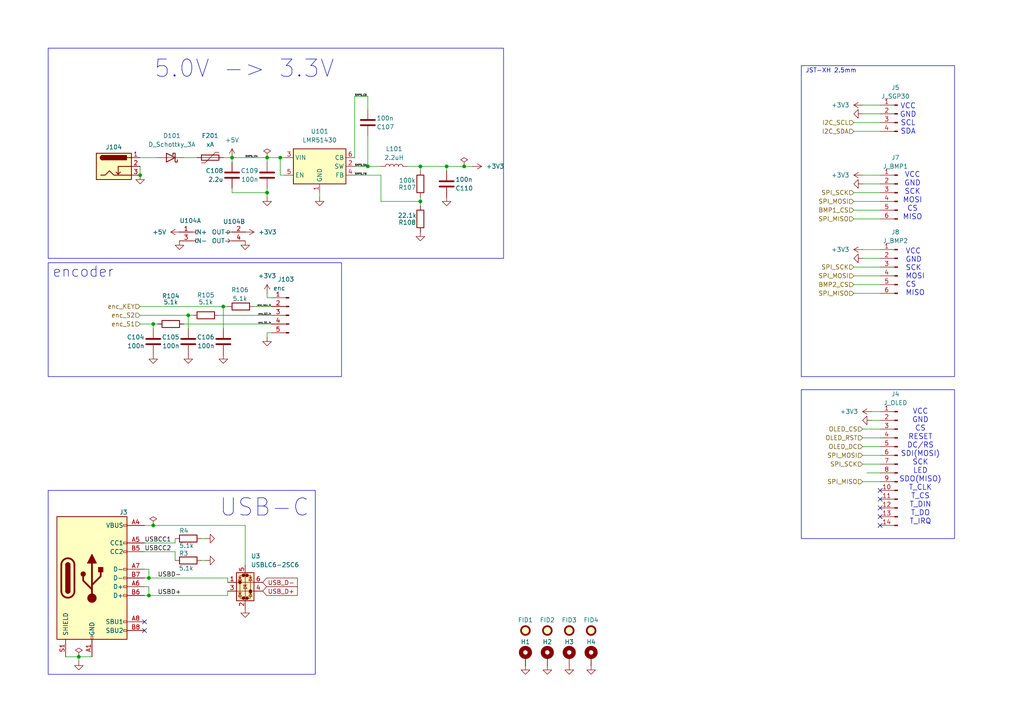
<source format=kicad_sch>
(kicad_sch (version 20250114) (generator "eeschema") (generator_version "9.0")
  (paper "A4")
  (lib_symbols
    (symbol "Connector:Barrel_Jack_Switch_Pin3Ring" (pin_names (hide yes))
      (property "Reference" "J" (at 0 5.334 0))
      (property "Value" "Barrel_Jack_Switch_Pin3Ring" (at 0 -5.08 0))
      (symbol "Barrel_Jack_Switch_Pin3Ring_1_1"
        (pin passive line (at 7.62 2.54 180) (length 2.54) (name "~") (number "1"))
        (pin passive line (at 7.62 0 180) (length 2.54) (name "~") (number "2"))
        (pin passive line (at 7.62 -2.54 180) (length 2.54) (name "~") (number "3"))
      )
    )
    (symbol "Connector:Conn_01x04_Pin" (pin_names (offset 1.016) (hide yes))
      (property "Reference" "J" (at 0 5.08 0))
      (property "Value" "Conn_01x04_Pin" (at 0 -7.62 0))
      (symbol "Conn_01x04_Pin_1_1"
        (pin passive line (at 5.08 2.54 180) (length 3.81) (name "Pin_1") (number "1"))
        (pin passive line (at 5.08 0 180) (length 3.81) (name "Pin_2") (number "2"))
        (pin passive line (at 5.08 -2.54 180) (length 3.81) (name "Pin_3") (number "3"))
        (pin passive line (at 5.08 -5.08 180) (length 3.81) (name "Pin_4") (number "4"))
      )
    )
    (symbol "Connector:Conn_01x05_Pin" (pin_names (offset 1.016) (hide yes))
      (property "Reference" "J" (at 0 7.62 0))
      (property "Value" "Conn_01x05_Pin" (at 0 -7.62 0))
      (symbol "Conn_01x05_Pin_1_1"
        (pin passive line (at 5.08 5.08 180) (length 3.81) (name "Pin_1") (number "1"))
        (pin passive line (at 5.08 2.54 180) (length 3.81) (name "Pin_2") (number "2"))
        (pin passive line (at 5.08 0 180) (length 3.81) (name "Pin_3") (number "3"))
        (pin passive line (at 5.08 -2.54 180) (length 3.81) (name "Pin_4") (number "4"))
        (pin passive line (at 5.08 -5.08 180) (length 3.81) (name "Pin_5") (number "5"))
      )
    )
    (symbol "Connector:Conn_01x06_Pin" (pin_names (offset 1.016) (hide yes))
      (property "Reference" "J" (at 0 7.62 0))
      (property "Value" "Conn_01x06_Pin" (at 0 -10.16 0))
      (symbol "Conn_01x06_Pin_1_1"
        (pin passive line (at 5.08 5.08 180) (length 3.81) (name "Pin_1") (number "1"))
        (pin passive line (at 5.08 2.54 180) (length 3.81) (name "Pin_2") (number "2"))
        (pin passive line (at 5.08 0 180) (length 3.81) (name "Pin_3") (number "3"))
        (pin passive line (at 5.08 -2.54 180) (length 3.81) (name "Pin_4") (number "4"))
        (pin passive line (at 5.08 -5.08 180) (length 3.81) (name "Pin_5") (number "5"))
        (pin passive line (at 5.08 -7.62 180) (length 3.81) (name "Pin_6") (number "6"))
      )
    )
    (symbol "Connector:Conn_01x14_Pin" (pin_names (offset 1.016) (hide yes))
      (property "Reference" "J" (at 0 17.78 0))
      (property "Value" "Conn_01x14_Pin" (at 0 -20.32 0))
      (symbol "Conn_01x14_Pin_1_1"
        (pin passive line (at 5.08 15.24 180) (length 3.81) (name "Pin_1") (number "1"))
        (pin passive line (at 5.08 12.7 180) (length 3.81) (name "Pin_2") (number "2"))
        (pin passive line (at 5.08 10.16 180) (length 3.81) (name "Pin_3") (number "3"))
        (pin passive line (at 5.08 7.62 180) (length 3.81) (name "Pin_4") (number "4"))
        (pin passive line (at 5.08 5.08 180) (length 3.81) (name "Pin_5") (number "5"))
        (pin passive line (at 5.08 2.54 180) (length 3.81) (name "Pin_6") (number "6"))
        (pin passive line (at 5.08 0 180) (length 3.81) (name "Pin_7") (number "7"))
        (pin passive line (at 5.08 -2.54 180) (length 3.81) (name "Pin_8") (number "8"))
        (pin passive line (at 5.08 -5.08 180) (length 3.81) (name "Pin_9") (number "9"))
        (pin passive line (at 5.08 -7.62 180) (length 3.81) (name "Pin_10") (number "10"))
        (pin passive line (at 5.08 -10.16 180) (length 3.81) (name "Pin_11") (number "11"))
        (pin passive line (at 5.08 -12.7 180) (length 3.81) (name "Pin_12") (number "12"))
        (pin passive line (at 5.08 -15.24 180) (length 3.81) (name "Pin_13") (number "13"))
        (pin passive line (at 5.08 -17.78 180) (length 3.81) (name "Pin_14") (number "14"))
      )
    )
    (symbol "Connector:USB_C_Receptacle_USB2.0_16P" (pin_names (offset 1.016))
      (property "Reference" "J" (at 0 22.225 0))
      (property "Value" "USB_C_Receptacle_USB2.0_16P" (at 0 19.685 0))
      (symbol "USB_C_Receptacle_USB2.0_16P_1_1"
        (pin passive line (at -7.62 -22.86 90) (length 5.08) (name "SHIELD") (number "S1"))
        (pin passive line (at 0 -22.86 90) (length 5.08) (name "GND") (number "A1"))
        (pin passive line (at 0 -22.86 90) (length 5.08) (hide yes) (name "GND") (number "A12"))
        (pin passive line (at 0 -22.86 90) (length 5.08) (hide yes) (name "GND") (number "B1"))
        (pin passive line (at 0 -22.86 90) (length 5.08) (hide yes) (name "GND") (number "B12"))
        (pin passive line (at 15.24 15.24 180) (length 5.08) (name "VBUS") (number "A4"))
        (pin passive line (at 15.24 15.24 180) (length 5.08) (hide yes) (name "VBUS") (number "A9"))
        (pin passive line (at 15.24 15.24 180) (length 5.08) (hide yes) (name "VBUS") (number "B4"))
        (pin passive line (at 15.24 15.24 180) (length 5.08) (hide yes) (name "VBUS") (number "B9"))
        (pin bidirectional line (at 15.24 10.16 180) (length 5.08) (name "CC1") (number "A5"))
        (pin bidirectional line (at 15.24 7.62 180) (length 5.08) (name "CC2") (number "B5"))
        (pin bidirectional line (at 15.24 2.54 180) (length 5.08) (name "D-") (number "A7"))
        (pin bidirectional line (at 15.24 0 180) (length 5.08) (name "D-") (number "B7"))
        (pin bidirectional line (at 15.24 -2.54 180) (length 5.08) (name "D+") (number "A6"))
        (pin bidirectional line (at 15.24 -5.08 180) (length 5.08) (name "D+") (number "B6"))
        (pin bidirectional line (at 15.24 -12.7 180) (length 5.08) (name "SBU1") (number "A8"))
        (pin bidirectional line (at 15.24 -15.24 180) (length 5.08) (name "SBU2") (number "B8"))
      )
    )
    (symbol "Device:C" (pin_numbers (hide yes)) (pin_names (offset 0.254))
      (property "Reference" "C" (at 0.635 2.54 0))
      (property "Value" "C" (at 0.635 -2.54 0))
      (symbol "C_1_1"
        (pin passive line (at 0 3.81 270) (length 2.794) (name "~") (number "1"))
        (pin passive line (at 0 -3.81 90) (length 2.794) (name "~") (number "2"))
      )
    )
    (symbol "Device:D_Schottky" (pin_numbers (hide yes)) (pin_names (offset 1.016) (hide yes))
      (property "Reference" "D" (at 0 2.54 0))
      (property "Value" "D_Schottky" (at 0 -2.54 0))
      (symbol "D_Schottky_1_1"
        (pin passive line (at -3.81 0 0) (length 2.54) (name "K") (number "1"))
        (pin passive line (at 3.81 0 180) (length 2.54) (name "A") (number "2"))
      )
    )
    (symbol "Device:L" (pin_numbers (hide yes)) (pin_names (offset 1.016) (hide yes))
      (property "Reference" "L" (at -1.27 0 90))
      (property "Value" "L" (at 1.905 0 90))
      (symbol "L_1_1"
        (pin passive line (at 0 3.81 270) (length 1.27) (name "1") (number "1"))
        (pin passive line (at 0 -3.81 90) (length 1.27) (name "2") (number "2"))
      )
    )
    (symbol "Device:Polyfuse" (pin_numbers (hide yes)) (pin_names (offset 0))
      (property "Reference" "F" (at -2.54 0 90))
      (property "Value" "Polyfuse" (at 2.54 0 90))
      (symbol "Polyfuse_1_1"
        (pin passive line (at 0 3.81 270) (length 1.27) (name "~") (number "1"))
        (pin passive line (at 0 -3.81 90) (length 1.27) (name "~") (number "2"))
      )
    )
    (symbol "Device:R" (pin_numbers (hide yes)) (pin_names (offset 0))
      (property "Reference" "R" (at 2.032 0 90))
      (property "Value" "R" (at 0 0 90))
      (symbol "R_1_1"
        (pin passive line (at 0 3.81 270) (length 1.27) (name "~") (number "1"))
        (pin passive line (at 0 -3.81 90) (length 1.27) (name "~") (number "2"))
      )
    )
    (symbol "Mechanical:Fiducial" (in_bom no)
      (property "Reference" "FID" (at 0 5.08 0))
      (property "Value" "Fiducial" (at 0 3.175 0))
    )
    (symbol "Mechanical:MountingHole_Pad" (pin_numbers (hide yes)) (pin_names (offset 1.016) (hide yes)) (in_bom no)
      (property "Reference" "H" (at 0 6.35 0))
      (property "Value" "MountingHole_Pad" (at 0 4.445 0))
      (symbol "MountingHole_Pad_1_1"
        (pin input line (at 0 -2.54 90) (length 2.54) (name "1") (number "1"))
      )
    )
    (symbol "Power_Protection:USBLC6-2SC6" (pin_names (hide yes))
      (property "Reference" "U" (at 0.635 5.715 0))
      (property "Value" "USBLC6-2SC6" (at 0.635 3.81 0))
      (symbol "USBLC6-2SC6_1_1"
        (pin passive line (at -5.08 0 0) (length 2.54) (name "I/O1") (number "1"))
        (pin passive line (at -5.08 -2.54 0) (length 2.54) (name "I/O2") (number "3"))
        (pin passive line (at 0 5.08 270) (length 2.54) (name "VBUS") (number "5"))
        (pin passive line (at 0 -7.62 90) (length 2.54) (name "GND") (number "2"))
        (pin passive line (at 5.08 0 180) (length 2.54) (name "I/O1") (number "6"))
        (pin passive line (at 5.08 -2.54 180) (length 2.54) (name "I/O2") (number "4"))
      )
    )
    (symbol "Regulator_Switching:LMR51430"
      (property "Reference" "U" (at -7.62 6.35 0))
      (property "Value" "LMR51430" (at 0 6.35 0))
      (symbol "LMR51430_1_1"
        (pin power_in line (at -10.16 2.54 0) (length 2.54) (name "VIN") (number "3"))
        (pin input line (at -10.16 -2.54 0) (length 2.54) (name "EN") (number "5"))
        (pin power_in line (at 0 -7.62 90) (length 2.54) (name "GND") (number "1"))
        (pin passive line (at 10.16 2.54 180) (length 2.54) (name "CB") (number "6"))
        (pin power_out line (at 10.16 0 180) (length 2.54) (name "SW") (number "2"))
        (pin input line (at 10.16 -2.54 180) (length 2.54) (name "FB") (number "4"))
      )
    )
    (symbol "footprints:board_step-down"
      (property "Reference" "U" (at 0 3.556 0))
      (symbol "board_step-down_1_1"
        (pin passive line (at 0 0 0) (length 3.81) (name "IN+") (number "1"))
        (pin passive line (at 0 -2.54 0) (length 3.81) (name "IN-") (number "3"))
      )
      (symbol "board_step-down_2_1"
        (pin passive line (at 0 0 180) (length 3.81) (name "OUT+") (number "2"))
        (pin passive line (at 0 -2.54 180) (length 3.81) (name "OUT-") (number "4"))
      )
    )
    (symbol "power:+3V3" (power) (pin_numbers (hide yes)) (pin_names (offset 0) (hide yes))
      (property "Value" "+3V3" (at 0 3.556 0))
      (symbol "+3V3_1_1"
        (pin power_in line (at 0 0 90) (length 0) (name "~") (number "1"))
      )
    )
    (symbol "power:+5V" (power) (pin_numbers (hide yes)) (pin_names (offset 0) (hide yes))
      (property "Value" "+5V" (at 0 3.556 0))
      (symbol "+5V_1_1"
        (pin power_in line (at 0 0 90) (length 0) (name "~") (number "1"))
      )
    )
    (symbol "power:GND" (power) (pin_numbers (hide yes)) (pin_names (offset 0) (hide yes))
      (property "Value" "GND" (at 0 -3.81 0))
      (symbol "GND_1_1"
        (pin power_in line (at 0 0 270) (length 0) (name "~") (number "1"))
      )
    )
    (symbol "power:PWR_FLAG" (power) (pin_numbers (hide yes)) (pin_names (offset 0) (hide yes))
      (property "Value" "PWR_FLAG" (at 0 3.81 0))
      (symbol "PWR_FLAG_0_0"
        (pin power_out line (at 0 0 90) (length 0) (name "~") (number "1"))
      )
    )
  )
  (rectangle (start 13.97 142.24) (end 91.44 195.58))
  (rectangle (start 232.41 113.03) (end 276.86 156.21))
  (rectangle (start 13.97 13.97) (end 146.05 74.93))
  (rectangle (start 232.41 19.05) (end 276.86 109.22))
  (rectangle (start 13.97 76.2) (end 99.06 109.22))
  (text "VCC\nGND\nSCL\nSDA" (at 263.398 34.544 0) (effects (font (size 1.524 1.524))))
  (text "5.0V -> 3.3V" (at 70.866 20.066 0) (effects (font (size 5 5))))
  (text "VCC\nGND\nSCK\nMOSI\nCS\nMISO\n" (at 262.636 78.994 0) (effects (font (size 1.5 1.5)) (justify left)))
  (text "USB-C\n" (at 76.708 147.32 0) (effects (font (size 5 5))))
  (text "encoder\n" (at 24.13 78.994 0) (effects (font (size 3 3))))
  (text "JST-XH 2.5mm" (at 241.046 20.574 0) (effects (font (size 1.27 1.27))))
  (text "VCC\nGND\nCS\nRESET\nDC/RS\nSDI(MOSI)\nSCK\nLED\nSDO(MISO)\nT_CLK\nT_CS\nT_DIN\nT_DO\nT_IRQ" (at 266.954 135.382 0) (effects (font (size 1.524 1.524))))
  (text "VCC\nGND\nSCK\nMOSI\nCS\nMISO" (at 264.668 56.896 0) (effects (font (size 1.524 1.524))))
  (junction (at 77.47 45.72))
  (junction (at 121.92 48.26))
  (junction (at 44.45 93.98))
  (junction (at 44.45 152.4))
  (junction (at 43.18 172.72))
  (junction (at 43.18 167.64))
  (junction (at 40.64 50.8))
  (junction (at 22.86 190.5))
  (junction (at 106.68 48.26))
  (junction (at 77.47 55.88))
  (junction (at 54.61 91.44))
  (junction (at 81.28 45.72))
  (junction (at 129.54 48.26))
  (junction (at 121.92 58.42))
  (junction (at 67.31 45.72))
  (junction (at 134.62 48.26))
  (junction (at 64.77 88.9))
  (no_connect (at 255.27 147.32))
  (no_connect (at 255.27 149.86))
  (no_connect (at 41.91 182.88))
  (no_connect (at 41.91 180.34))
  (no_connect (at 255.27 144.78))
  (no_connect (at 255.27 142.24))
  (no_connect (at 255.27 152.4))
  (wire (pts (xy 66.04 172.72) (xy 66.04 171.45)))
  (wire (pts (xy 250.19 132.08) (xy 255.27 132.08)))
  (wire (pts (xy 77.47 97.79) (xy 77.47 96.52)))
  (wire (pts (xy 22.86 190.5) (xy 22.86 191.77)))
  (wire (pts (xy 134.62 48.26) (xy 137.16 48.26)))
  (wire (pts (xy 77.47 96.52) (xy 78.74 96.52)))
  (wire (pts (xy 106.68 39.37) (xy 106.68 48.26)))
  (wire (pts (xy 45.72 93.98) (xy 44.45 93.98)))
  (wire (pts (xy 77.47 45.72) (xy 81.28 45.72)))
  (wire (pts (xy 41.91 157.48) (xy 50.8 157.48)))
  (wire (pts (xy 77.47 46.99) (xy 77.47 45.72)))
  (wire (pts (xy 110.49 50.8) (xy 110.49 58.42)))
  (wire (pts (xy 121.92 48.26) (xy 129.54 48.26)))
  (wire (pts (xy 121.92 57.15) (xy 121.92 58.42)))
  (wire (pts (xy 77.47 86.36) (xy 78.74 86.36)))
  (wire (pts (xy 53.34 45.72) (xy 57.15 45.72)))
  (wire (pts (xy 59.69 162.56) (xy 58.42 162.56)))
  (wire (pts (xy 67.31 55.88) (xy 77.47 55.88)))
  (wire (pts (xy 247.65 38.1) (xy 255.27 38.1)))
  (wire (pts (xy 247.65 35.56) (xy 255.27 35.56)))
  (wire (pts (xy 250.19 72.39) (xy 255.27 72.39)))
  (wire (pts (xy 92.71 57.15) (xy 92.71 55.88)))
  (wire (pts (xy 250.19 33.02) (xy 255.27 33.02)))
  (wire (pts (xy 250.19 139.7) (xy 255.27 139.7)))
  (wire (pts (xy 247.65 85.09) (xy 255.27 85.09)))
  (wire (pts (xy 71.12 163.83) (xy 71.12 152.4)))
  (wire (pts (xy 102.87 50.8) (xy 110.49 50.8)))
  (wire (pts (xy 247.65 60.96) (xy 255.27 60.96)))
  (wire (pts (xy 247.65 63.5) (xy 255.27 63.5)))
  (wire (pts (xy 43.18 165.1) (xy 43.18 167.64)))
  (wire (pts (xy 77.47 85.09) (xy 77.47 86.36)))
  (wire (pts (xy 250.19 124.46) (xy 255.27 124.46)))
  (wire (pts (xy 251.46 137.16) (xy 255.27 137.16)))
  (wire (pts (xy 66.04 167.64) (xy 66.04 168.91)))
  (wire (pts (xy 54.61 91.44) (xy 54.61 95.25)))
  (wire (pts (xy 67.31 45.72) (xy 77.47 45.72)))
  (wire (pts (xy 129.54 49.53) (xy 129.54 48.26)))
  (wire (pts (xy 102.87 48.26) (xy 106.68 48.26)))
  (wire (pts (xy 71.12 152.4) (xy 44.45 152.4)))
  (wire (pts (xy 53.34 93.98) (xy 78.74 93.98)))
  (wire (pts (xy 54.61 91.44) (xy 55.88 91.44)))
  (wire (pts (xy 50.8 157.48) (xy 50.8 156.21)))
  (wire (pts (xy 250.19 74.93) (xy 255.27 74.93)))
  (wire (pts (xy 247.65 58.42) (xy 255.27 58.42)))
  (wire (pts (xy 250.19 134.62) (xy 255.27 134.62)))
  (wire (pts (xy 250.19 50.8) (xy 255.27 50.8)))
  (wire (pts (xy 67.31 54.61) (xy 67.31 55.88)))
  (wire (pts (xy 247.65 55.88) (xy 255.27 55.88)))
  (wire (pts (xy 64.77 45.72) (xy 67.31 45.72)))
  (wire (pts (xy 118.11 48.26) (xy 121.92 48.26)))
  (wire (pts (xy 73.66 88.9) (xy 78.74 88.9)))
  (wire (pts (xy 44.45 93.98) (xy 44.45 95.25)))
  (wire (pts (xy 82.55 50.8) (xy 81.28 50.8)))
  (wire (pts (xy 252.73 119.38) (xy 255.27 119.38)))
  (wire (pts (xy 63.5 91.44) (xy 78.74 91.44)))
  (wire (pts (xy 41.91 165.1) (xy 43.18 165.1)))
  (wire (pts (xy 102.87 45.72) (xy 102.87 27.94)))
  (wire (pts (xy 40.64 93.98) (xy 44.45 93.98)))
  (wire (pts (xy 40.64 48.26) (xy 40.64 50.8)))
  (wire (pts (xy 247.65 77.47) (xy 255.27 77.47)))
  (wire (pts (xy 40.64 88.9) (xy 64.77 88.9)))
  (wire (pts (xy 106.68 27.94) (xy 106.68 31.75)))
  (wire (pts (xy 250.19 127) (xy 255.27 127)))
  (wire (pts (xy 247.65 80.01) (xy 255.27 80.01)))
  (wire (pts (xy 50.8 160.02) (xy 50.8 162.56)))
  (wire (pts (xy 40.64 91.44) (xy 54.61 91.44)))
  (wire (pts (xy 41.91 167.64) (xy 43.18 167.64)))
  (wire (pts (xy 250.19 53.34) (xy 255.27 53.34)))
  (wire (pts (xy 43.18 167.64) (xy 66.04 167.64)))
  (wire (pts (xy 40.64 45.72) (xy 45.72 45.72)))
  (wire (pts (xy 77.47 54.61) (xy 77.47 55.88)))
  (wire (pts (xy 43.18 172.72) (xy 66.04 172.72)))
  (wire (pts (xy 64.77 88.9) (xy 64.77 95.25)))
  (wire (pts (xy 43.18 170.18) (xy 43.18 172.72)))
  (wire (pts (xy 81.28 45.72) (xy 82.55 45.72)))
  (wire (pts (xy 44.45 152.4) (xy 41.91 152.4)))
  (wire (pts (xy 41.91 160.02) (xy 50.8 160.02)))
  (wire (pts (xy 81.28 45.72) (xy 81.28 50.8)))
  (wire (pts (xy 121.92 49.53) (xy 121.92 48.26)))
  (wire (pts (xy 247.65 82.55) (xy 255.27 82.55)))
  (wire (pts (xy 110.49 58.42) (xy 121.92 58.42)))
  (wire (pts (xy 129.54 48.26) (xy 134.62 48.26)))
  (wire (pts (xy 58.42 156.21) (xy 59.69 156.21)))
  (wire (pts (xy 19.05 190.5) (xy 22.86 190.5)))
  (wire (pts (xy 66.04 88.9) (xy 64.77 88.9)))
  (wire (pts (xy 250.19 30.48) (xy 255.27 30.48)))
  (wire (pts (xy 22.86 190.5) (xy 26.67 190.5)))
  (wire (pts (xy 41.91 172.72) (xy 43.18 172.72)))
  (wire (pts (xy 77.47 55.88) (xy 77.47 57.15)))
  (wire (pts (xy 67.31 46.99) (xy 67.31 45.72)))
  (wire (pts (xy 41.91 170.18) (xy 43.18 170.18)))
  (wire (pts (xy 252.73 121.92) (xy 255.27 121.92)))
  (wire (pts (xy 121.92 58.42) (xy 121.92 59.69)))
  (wire (pts (xy 250.19 129.54) (xy 255.27 129.54)))
  (wire (pts (xy 110.49 48.26) (xy 106.68 48.26)))
  (wire (pts (xy 102.87 27.94) (xy 106.68 27.94)))
  (label "SMPS_SW" (at 102.87 48.26 0) (effects (font (size 0.5 0.5))))
  (label "SMPS_CB" (at 102.87 27.94 0) (effects (font (size 0.5 0.5))))
  (label "USBD+" (at 45.72 172.72 0) (effects (font (thickness 0.1588))))
  (label "enc_S2_in" (at 78.74 91.44 180) (effects (font (size 0.5 0.5))))
  (label "USBCC2" (at 41.91 160.02 0) (effects (font (thickness 0.1588))))
  (label "enc_S1_in" (at 78.74 93.98 180) (effects (font (size 0.5 0.5))))
  (label "enc_key_in" (at 78.74 88.9 180) (effects (font (size 0.5 0.5))))
  (label "SMPS_FB" (at 102.87 50.8 0) (effects (font (size 0.5 0.5))))
  (label "USBD-" (at 45.72 167.64 0) (effects (font (thickness 0.1588))))
  (label "USBCC1" (at 41.91 157.48 0) (effects (font (thickness 0.1588))))
  (label "SMPS_Vin" (at 71.12 45.72 0) (effects (font (size 0.5 0.5))))
  (global_label "USB_D-" (shape input) (at 76.2 168.91 0) (property "Intersheetrefs" "${INTERSHEET_REFS}" (effects (hide yes))))
  (global_label "USB_D+" (shape input) (at 76.2 171.45 0) (property "Intersheetrefs" "${INTERSHEET_REFS}" (effects (hide yes))))
  (hierarchical_label "enc_S1" (shape input) (at 40.64 93.98 180))
  (hierarchical_label "I2C_SCL" (shape input) (at 247.65 35.56 180))
  (hierarchical_label "SPI_MOSI" (shape input) (at 250.19 132.08 180))
  (hierarchical_label "SPI_SCK" (shape input) (at 247.65 55.88 180))
  (hierarchical_label "OLED_DC" (shape input) (at 250.19 129.54 180))
  (hierarchical_label "BMP1_CS" (shape input) (at 247.65 60.96 180))
  (hierarchical_label "SPI_MOSI" (shape input) (at 247.65 58.42 180))
  (hierarchical_label "SPI_MISO" (shape input) (at 247.65 85.09 180))
  (hierarchical_label "OLED_RST" (shape input) (at 250.19 127 180))
  (hierarchical_label "I2C_SDA" (shape input) (at 247.65 38.1 180))
  (hierarchical_label "SPI_MOSI" (shape input) (at 247.65 80.01 180))
  (hierarchical_label "OLED_CS" (shape input) (at 250.19 124.46 180))
  (hierarchical_label "BMP2_CS" (shape input) (at 247.65 82.55 180))
  (hierarchical_label "SPI_SCK" (shape input) (at 250.19 134.62 180))
  (hierarchical_label "enc_S2" (shape input) (at 40.64 91.44 180))
  (hierarchical_label "enc_KEY" (shape input) (at 40.64 88.9 180))
  (hierarchical_label "SPI_SCK" (shape input) (at 247.65 77.47 180))
  (hierarchical_label "SPI_MISO" (shape input) (at 250.19 139.7 180))
  (hierarchical_label "SPI_MISO" (shape input) (at 247.65 63.5 180))
  (symbol (lib_id "Mechanical:MountingHole_Pad") (at 165.1 190.5 0) (unit 1) (in_bom no)
    (property "Reference" "H3" (at 165.1 186.182 0))
    (property "Value" "MountingHole_Pad" (effects (hide yes)))
    (property "Footprint" "MountingHole:MountingHole_3.2mm_M3_Pad" (effects (hide yes)))
    (property "Description" "Mounting Hole with connection" (effects (hide yes)))
  )
  (symbol (lib_id "power:GND") (at 71.12 69.85 0) (unit 1)
    (property "Reference" "#PWR0115" (effects (hide yes)))
    (property "Value" "GND" (effects (hide yes)))
    (property "Description" "Power symbol creates a global label with name \"GND\" , ground" (effects (hide yes)))
  )
  (symbol (lib_id "power:+3V3") (at 250.19 72.39 90) (unit 1)
    (property "Reference" "#PWR023" (effects (hide yes)))
    (property "Value" "+3V3" (at 246.38 72.3899 90) (effects (justify left)))
    (property "Description" "Power symbol creates a global label with name \"+3V3\"" (effects (hide yes)))
  )
  (symbol (lib_id "power:GND") (at 121.92 67.31 0) (unit 1)
    (property "Reference" "#PWR0118" (effects (hide yes)))
    (property "Value" "GND" (effects (hide yes)))
    (property "Description" "Power symbol creates a global label with name \"GND\" , ground" (effects (hide yes)))
  )
  (symbol (lib_id "power:GND") (at 250.19 53.34 270) (unit 1)
    (property "Reference" "#PWR021" (effects (hide yes)))
    (property "Value" "GND" (effects (hide yes)))
    (property "Description" "Power symbol creates a global label with name \"GND\" , ground" (effects (hide yes)))
  )
  (symbol (lib_id "power:GND") (at 171.45 193.04 0) (unit 1)
    (property "Reference" "#PWR0227" (effects (hide yes)))
    (property "Value" "GND" (effects (hide yes)))
    (property "Description" "Power symbol creates a global label with name \"GND\" , ground" (effects (hide yes)))
  )
  (symbol (lib_id "power:+5V") (at 52.07 67.31 90) (unit 1)
    (property "Reference" "#PWR0120" (effects (hide yes)))
    (property "Value" "+5V" (at 48.26 67.3099 90) (effects (justify left)))
    (property "Description" "Power symbol creates a global label with name \"+5V\"" (effects (hide yes)))
  )
  (symbol (lib_id "power:+3V3") (at 71.12 67.31 270) (unit 1)
    (property "Reference" "#PWR0106" (effects (hide yes)))
    (property "Value" "+3V3" (at 74.93 67.3099 90) (effects (justify left)))
    (property "Description" "Power symbol creates a global label with name \"+3V3\"" (effects (hide yes)))
  )
  (symbol (lib_id "Connector:Conn_01x04_Pin") (at 260.35 33.02 0) (mirror y) (unit 1)
    (property "Reference" "J5" (at 259.715 25.4 0))
    (property "Value" "J_SGP30" (at 259.715 27.94 0))
    (property "Description" "Generic connector, single row, 01x04, script generated" (effects (hide yes)))
  )
  (symbol (lib_id "Mechanical:MountingHole_Pad") (at 171.45 190.5 0) (unit 1) (in_bom no)
    (property "Reference" "H4" (at 171.45 186.182 0))
    (property "Value" "MountingHole_Pad" (effects (hide yes)))
    (property "Footprint" "MountingHole:MountingHole_3.2mm_M3_Pad" (effects (hide yes)))
    (property "Description" "Mounting Hole with connection" (effects (hide yes)))
  )
  (symbol (lib_id "power:GND") (at 22.86 191.77 0) (unit 1)
    (property "Reference" "#PWR02" (effects (hide yes)))
    (property "Value" "GND" (effects (hide yes)))
    (property "Description" "Power symbol creates a global label with name \"GND\" , ground" (effects (hide yes)))
  )
  (symbol (lib_id "power:+3V3") (at 77.47 85.09 0) (unit 1)
    (property "Reference" "#PWR0110" (effects (hide yes)))
    (property "Value" "+3V3" (at 77.47 80.01 0))
    (property "Description" "Power symbol creates a global label with name \"+3V3\"" (effects (hide yes)))
  )
  (symbol (lib_id "Mechanical:Fiducial") (at 152.4 182.88 0) (unit 1) (in_bom no)
    (property "Reference" "FID1" (at 152.4 179.832 0))
    (property "Value" "Fiducial" (effects (hide yes)))
    (property "Footprint" "Fiducial:Fiducial_1mm_Mask2mm" (effects (hide yes)))
    (property "Description" "Fiducial Marker" (effects (hide yes)))
  )
  (symbol (lib_id "power:GND") (at 250.19 33.02 270) (unit 1)
    (property "Reference" "#PWR013" (effects (hide yes)))
    (property "Value" "GND" (effects (hide yes)))
    (property "Description" "Power symbol creates a global label with name \"GND\" , ground" (effects (hide yes)))
  )
  (symbol (lib_id "Device:L") (at 114.3 48.26 90) (unit 1)
    (property "Reference" "L101" (at 114.3 43.18 90))
    (property "Value" "2.2uH" (at 114.3 45.72 90))
    (property "Footprint" "Inductor_SMD:L_Sunlord_MWSA0503S" (effects (hide yes)))
    (property "Description" "Inductor" (effects (hide yes)))
    (property "Link" "https://jlcpcb.com/partdetail/Coilcraft-XAL5030222MEC/C920280" (effects (hide yes)))
    (property "MFR Part" " XAL5030-222MEC" (effects (hide yes)))
    (property "Manufacturer" " Coilcraft" (effects (hide yes)))
    (property "Alternatywa" "https://jlcpcb.com/partdetail/10704-SMDRH105R2R2NT/C10164" (effects (hide yes)))
    (property "JLCPCB Part" " C920280" (effects (hide yes)))
  )
  (symbol (lib_id "Device:R") (at 121.92 63.5 0) (mirror y) (unit 1)
    (property "Reference" "R108" (at 118.11 64.516 0))
    (property "Value" "22.1k" (at 118.11 62.484 0))
    (property "Footprint" "Resistor_SMD:R_0805_2012Metric" (effects (hide yes)))
    (property "Description" "Resistor" (effects (hide yes)))
    (property "Manufacturer" " UNI-ROYAL(Uniroyal Elec)" (effects (hide yes)))
    (property "MFR Part" "0805W8F2212T5E " (effects (hide yes)))
    (property "Link" "https://jlcpcb.com/partdetail/18240-0805W8F2212T5E/C17552" (effects (hide yes)))
    (property "JLCPCB Part" "C17552 " (effects (hide yes)))
  )
  (symbol (lib_id "power:PWR_FLAG") (at 22.86 190.5 0) (unit 1)
    (property "Reference" "#FLG0101" (effects (hide yes)))
    (property "Value" "PWR_FLAG" (effects (hide yes)))
    (property "Description" "Special symbol for telling ERC where power comes from" (effects (hide yes)))
  )
  (symbol (lib_id "Device:R") (at 54.61 162.56 90) (unit 1)
    (property "Reference" "R3" (at 54.61 160.528 90) (effects (justify left)))
    (property "Value" "5.1k" (at 56.134 164.084 90) (effects (justify left bottom)))
    (property "Footprint" "Resistor_SMD:R_0805_2012Metric" (effects (hide yes)))
    (property "Description" "Resistor" (effects (hide yes)))
    (property "Link" "https://jlcpcb.com/partdetail/28584-0805W8F5101T5E/C27834" (effects (hide yes)))
    (property "MFR Part" "0805W8F5101T5E " (effects (hide yes)))
    (property "Manufacturer" "UNI-ROYAL(Uniroyal Elec) " (effects (hide yes)))
  )
  (symbol (lib_id "Connector:Conn_01x06_Pin") (at 260.35 77.47 0) (mirror y) (unit 1)
    (property "Reference" "J8" (at 259.715 67.31 0))
    (property "Value" "J_BMP2" (at 259.715 69.85 0))
    (property "Footprint" "Connector_PinHeader_2.54mm:PinHeader_1x06_P2.54mm_Vertical" (effects (hide yes)))
    (property "Description" "Generic connector, single row, 01x06, script generated" (effects (hide yes)))
    (property "JLCPCB Part" "C2337" (effects (hide yes)))
  )
  (symbol (lib_id "power:PWR_FLAG") (at 44.45 152.4 0) (unit 1)
    (property "Reference" "#FLG0103" (effects (hide yes)))
    (property "Value" "PWR_FLAG" (effects (hide yes)))
    (property "Description" "Special symbol for telling ERC where power comes from" (effects (hide yes)))
  )
  (symbol (lib_id "footprints:board_step-down") (at 71.12 67.31 0) (unit 2)
    (property "Reference" "U104" (at 71.12 64.262 0) (effects (justify right)))
    (property "Footprint" "footprints:board_step-down" (effects (hide yes)))
  )
  (symbol (lib_id "power:+3V3") (at 137.16 48.26 270) (unit 1)
    (property "Reference" "#PWR08" (effects (hide yes)))
    (property "Value" "+3V3" (at 140.97 48.2599 90) (effects (justify left)))
    (property "Description" "Power symbol creates a global label with name \"+3V3\"" (effects (hide yes)))
  )
  (symbol (lib_id "Connector:USB_C_Receptacle_USB2.0_16P") (at 26.67 167.64 0) (unit 1)
    (property "Reference" "J3" (at 35.814 148.59 0))
    (property "Value" "USB_C_Receptacle_USB2.0_16P" (effects (hide yes)))
    (property "Footprint" "Connector_USB:USB_C_Receptacle_GCT_USB4105-xx-A_16P_TopMnt_Horizontal" (effects (hide yes)))
    (property "Datasheet" "https://www.usb.org/sites/default/files/documents/usb_type-c.zip" (effects (hide yes)))
    (property "Description" "USB 2.0-only 16P Type-C Receptacle connector" (effects (hide yes)))
    (property "Link" "https://jlcpcb.com/partdetail/3554049-USB4105_GF_A060/C3025063" (effects (hide yes)))
  )
  (symbol (lib_id "Mechanical:MountingHole_Pad") (at 152.4 190.5 0) (unit 1) (in_bom no)
    (property "Reference" "H1" (at 152.4 186.182 0))
    (property "Value" "MountingHole_Pad" (effects (hide yes)))
    (property "Footprint" "MountingHole:MountingHole_3.2mm_M3_Pad" (effects (hide yes)))
    (property "Description" "Mounting Hole with connection" (effects (hide yes)))
  )
  (symbol (lib_id "Device:C") (at 54.61 99.06 0) (mirror y) (unit 1)
    (property "Reference" "C105" (at 52.07 97.79 0) (effects (justify left)))
    (property "Value" "100n" (at 52.07 100.33 0) (effects (justify left)))
    (property "Footprint" "Capacitor_SMD:C_0805_2012Metric" (effects (hide yes)))
    (property "Description" "Unpolarized capacitor" (effects (hide yes)))
    (property "MFR Part" "CL21B104KCFNNNE" (effects (hide yes)))
    (property "Manufacturer" "Samsung Electro-Mechanics" (effects (hide yes)))
    (property "Link" "https://jlcpcb.com/partdetail/28983-CL21B104KCFNNNE/C28233" (effects (hide yes)))
    (property "JLCPCB Part" "C28233" (effects (hide yes)))
  )
  (symbol (lib_id "Connector:Conn_01x06_Pin") (at 260.35 55.88 0) (mirror y) (unit 1)
    (property "Reference" "J7" (at 259.715 45.72 0))
    (property "Value" "J_BMP1" (at 259.715 48.26 0))
    (property "Footprint" "Connector_PinHeader_2.54mm:PinHeader_1x06_P2.54mm_Vertical" (effects (hide yes)))
    (property "Description" "Generic connector, single row, 01x06, script generated" (effects (hide yes)))
    (property "JLCPCB Part" "C2337" (effects (hide yes)))
  )
  (symbol (lib_id "power:GND") (at 252.73 121.92 270) (unit 1)
    (property "Reference" "#PWR011" (effects (hide yes)))
    (property "Value" "GND" (effects (hide yes)))
    (property "Description" "Power symbol creates a global label with name \"GND\" , ground" (effects (hide yes)))
  )
  (symbol (lib_id "power:+5V") (at 67.31 45.72 0) (unit 1)
    (property "Reference" "#PWR040" (effects (hide yes)))
    (property "Value" "+5V" (at 67.31 40.64 0))
    (property "Description" "Power symbol creates a global label with name \"+5V\"" (effects (hide yes)))
  )
  (symbol (lib_id "Device:C") (at 77.47 50.8 0) (mirror y) (unit 1)
    (property "Reference" "C109" (at 74.93 49.53 0) (effects (justify left)))
    (property "Value" "100n" (at 74.93 52.07 0) (effects (justify left)))
    (property "Footprint" "Capacitor_SMD:C_0805_2012Metric" (effects (hide yes)))
    (property "Description" "Unpolarized capacitor" (effects (hide yes)))
    (property "Manufacturer" " Samsung Electro-Mechanics" (effects (hide yes)))
    (property "MFR Part" "CL21B104KBCNNNC" (effects (hide yes)))
    (property "JLCPCB Part" "C1711" (effects (hide yes)))
    (property "Link" "https://jlcpcb.com/partdetail/2063-CL21B104KBCNNNC/C1711" (effects (hide yes)))
  )
  (symbol (lib_id "Device:C") (at 106.68 35.56 0) (mirror x) (unit 1)
    (property "Reference" "C107" (at 109.22 36.83 0) (effects (justify left)))
    (property "Value" "100n" (at 109.22 34.29 0) (effects (justify left)))
    (property "Footprint" "Capacitor_SMD:C_0805_2012Metric" (effects (hide yes)))
    (property "Description" "Unpolarized capacitor" (effects (hide yes)))
    (property "Manufacturer" "Samsung Electro-Mechanics" (effects (hide yes)))
    (property "MFR Part" " CL21B104KCFNNNE" (effects (hide yes)))
    (property "Link" "https://jlcpcb.com/partdetail/28983-CL21B104KCFNNNE/C28233" (effects (hide yes)))
    (property "JLCPCB Part" "C28233" (effects (hide yes)))
  )
  (symbol (lib_id "Device:C") (at 64.77 99.06 0) (mirror y) (unit 1)
    (property "Reference" "C106" (at 62.23 97.79 0) (effects (justify left)))
    (property "Value" "100n" (at 62.23 100.33 0) (effects (justify left)))
    (property "Footprint" "Capacitor_SMD:C_0805_2012Metric" (effects (hide yes)))
    (property "Description" "Unpolarized capacitor" (effects (hide yes)))
    (property "MFR Part" "CL21B104KCFNNNE" (effects (hide yes)))
    (property "Manufacturer" "Samsung Electro-Mechanics" (effects (hide yes)))
    (property "Link" "https://jlcpcb.com/partdetail/28983-CL21B104KCFNNNE/C28233" (effects (hide yes)))
    (property "JLCPCB Part" "C28233" (effects (hide yes)))
  )
  (symbol (lib_id "power:GND") (at 54.61 102.87 0) (unit 1)
    (property "Reference" "#PWR0113" (effects (hide yes)))
    (property "Value" "GND" (effects (hide yes)))
    (property "Description" "Power symbol creates a global label with name \"GND\" , ground" (effects (hide yes)))
  )
  (symbol (lib_id "power:+3V3") (at 250.19 50.8 90) (unit 1)
    (property "Reference" "#PWR018" (effects (hide yes)))
    (property "Value" "+3V3" (at 246.38 50.7999 90) (effects (justify left)))
    (property "Description" "Power symbol creates a global label with name \"+3V3\"" (effects (hide yes)))
  )
  (symbol (lib_id "power:GND") (at 129.54 57.15 0) (unit 1)
    (property "Reference" "#PWR0117" (effects (hide yes)))
    (property "Value" "GND" (effects (hide yes)))
    (property "Description" "Power symbol creates a global label with name \"GND\" , ground" (effects (hide yes)))
  )
  (symbol (lib_id "power:PWR_FLAG") (at 77.47 45.72 0) (unit 1)
    (property "Reference" "#FLG0104" (effects (hide yes)))
    (property "Value" "PWR_FLAG" (effects (hide yes)))
    (property "Description" "Special symbol for telling ERC where power comes from" (effects (hide yes)))
  )
  (symbol (lib_id "Mechanical:Fiducial") (at 165.1 182.88 0) (unit 1) (in_bom no)
    (property "Reference" "FID3" (at 165.1 179.832 0))
    (property "Value" "Fiducial" (effects (hide yes)))
    (property "Footprint" "Fiducial:Fiducial_1mm_Mask2mm" (effects (hide yes)))
    (property "Description" "Fiducial Marker" (effects (hide yes)))
  )
  (symbol (lib_id "Connector:Conn_01x14_Pin") (at 260.35 134.62 0) (mirror y) (unit 1)
    (property "Reference" "J4" (at 259.715 114.3 0))
    (property "Value" "J_OLED" (at 259.715 116.84 0))
    (property "Footprint" "Connector_PinHeader_2.54mm:PinHeader_1x14_P2.54mm_Vertical" (effects (hide yes)))
    (property "Description" "Generic connector, single row, 01x14, script generated" (effects (hide yes)))
    (property "JLCPCB Part" "C2337" (effects (hide yes)))
  )
  (symbol (lib_id "Mechanical:Fiducial") (at 158.75 182.88 0) (unit 1) (in_bom no)
    (property "Reference" "FID2" (at 158.75 179.832 0))
    (property "Value" "Fiducial" (effects (hide yes)))
    (property "Footprint" "Fiducial:Fiducial_1mm_Mask2mm" (effects (hide yes)))
    (property "Description" "Fiducial Marker" (effects (hide yes)))
  )
  (symbol (lib_id "power:+3V3") (at 250.19 30.48 90) (unit 1)
    (property "Reference" "#PWR012" (effects (hide yes)))
    (property "Value" "+3V3" (at 246.38 30.4799 90) (effects (justify left)))
    (property "Description" "Power symbol creates a global label with name \"+3V3\"" (effects (hide yes)))
  )
  (symbol (lib_id "power:GND") (at 52.07 69.85 0) (unit 1)
    (property "Reference" "#PWR0119" (effects (hide yes)))
    (property "Value" "GND" (effects (hide yes)))
    (property "Description" "Power symbol creates a global label with name \"GND\" , ground" (effects (hide yes)))
  )
  (symbol (lib_id "power:GND") (at 77.47 97.79 0) (unit 1)
    (property "Reference" "#PWR0111" (effects (hide yes)))
    (property "Value" "GND" (effects (hide yes)))
    (property "Description" "Power symbol creates a global label with name \"GND\" , ground" (effects (hide yes)))
  )
  (symbol (lib_id "Connector:Conn_01x05_Pin") (at 83.82 91.44 0) (mirror y) (unit 1)
    (property "Reference" "J103" (at 80.518 81.026 0) (effects (justify right)))
    (property "Value" "enc" (at 79.248 83.566 0) (effects (justify right)))
    (property "Footprint" "Connector_PinHeader_2.54mm:PinHeader_1x05_P2.54mm_Vertical" (effects (hide yes)))
    (property "Description" "Generic connector, single row, 01x05, script generated" (effects (hide yes)))
    (property "JLCPCB Part" "C2337" (effects (hide yes)))
  )
  (symbol (lib_id "power:GND") (at 77.47 57.15 0) (unit 1)
    (property "Reference" "#PWR0116" (effects (hide yes)))
    (property "Value" "GND" (effects (hide yes)))
    (property "Description" "Power symbol creates a global label with name \"GND\" , ground" (effects (hide yes)))
  )
  (symbol (lib_id "footprints:board_step-down") (at 52.07 67.31 0) (unit 1)
    (property "Reference" "U104" (at 52.07 64.008 0) (effects (justify left)))
    (property "Footprint" "footprints:board_step-down" (effects (hide yes)))
  )
  (symbol (lib_id "Device:R") (at 54.61 156.21 90) (unit 1)
    (property "Reference" "R4" (at 53.34 153.924 90))
    (property "Value" "5.1k" (at 54.102 158.242 90))
    (property "Footprint" "Resistor_SMD:R_0805_2012Metric" (effects (hide yes)))
    (property "Description" "Resistor" (effects (hide yes)))
    (property "Link" "https://jlcpcb.com/partdetail/28584-0805W8F5101T5E/C27834" (effects (hide yes)))
    (property "MFR Part" "0805W8F5101T5E " (effects (hide yes)))
    (property "Manufacturer" "UNI-ROYAL(Uniroyal Elec) " (effects (hide yes)))
  )
  (symbol (lib_id "Power_Protection:USBLC6-2SC6") (at 71.12 168.91 0) (unit 1)
    (property "Reference" "U3" (at 72.7711 161.29 0) (effects (justify left)))
    (property "Value" "USBLC6-2SC6" (at 72.7711 163.83 0) (effects (justify left)))
    (property "Footprint" "Package_TO_SOT_SMD:SOT-23-6" (effects (hide yes)))
    (property "Datasheet" "https://www.st.com/resource/en/datasheet/usblc6-2.pdf" (effects (hide yes)))
    (property "Description" "Very low capacitance ESD protection diode, 2 data-line, SOT-23-6" (effects (hide yes)))
    (property "Link" "https://jlcpcb.com/partdetail/STMicroelectronics-USBLC62SC6/C7519" (effects (hide yes)))
  )
  (symbol (lib_id "power:GND") (at 59.69 156.21 90) (unit 1)
    (property "Reference" "#PWR019" (effects (hide yes)))
    (property "Value" "GND" (effects (hide yes)))
    (property "Description" "Power symbol creates a global label with name \"GND\" , ground" (effects (hide yes)))
  )
  (symbol (lib_id "power:GND") (at 40.64 50.8 0) (unit 1)
    (property "Reference" "#PWR0102" (effects (hide yes)))
    (property "Value" "GND" (effects (hide yes)))
    (property "Description" "Power symbol creates a global label with name \"GND\" , ground" (effects (hide yes)))
  )
  (symbol (lib_id "Device:C") (at 129.54 53.34 0) (mirror x) (unit 1)
    (property "Reference" "C110" (at 132.08 54.61 0) (effects (justify left)))
    (property "Value" "100n" (at 132.08 52.07 0) (effects (justify left)))
    (property "Footprint" "Capacitor_SMD:C_0805_2012Metric" (effects (hide yes)))
    (property "Description" "Unpolarized capacitor" (effects (hide yes)))
    (property "Manufacturer" " Samsung Electro-Mechanics" (effects (hide yes)))
    (property "MFR Part" "CL21B104KBCNNNC" (effects (hide yes)))
    (property "JLCPCB Part" "C1711" (effects (hide yes)))
    (property "Link" "https://jlcpcb.com/partdetail/2063-CL21B104KBCNNNC/C1711" (effects (hide yes)))
  )
  (symbol (lib_id "Regulator_Switching:LMR51430") (at 92.71 48.26 0) (unit 1)
    (property "Reference" "U101" (at 92.71 38.1 0))
    (property "Value" "LMR51430" (at 92.71 40.64 0))
    (property "Footprint" "Package_TO_SOT_SMD:SOT-23-6" (effects (hide yes)))
    (property "Datasheet" "https://www.ti.com/lit/ds/symlink/lmr51430.pdf" (effects (hide yes)))
    (property "Description" "4.5-V to 36-V, 3-A synchronous buck converter with 40-µA IQ, SOT-23-6" (effects (hide yes)))
    (property "Manufacturer" "Texas Instruments" (effects (hide yes)))
    (property "MFR Part" "LMR51430XDDCR" (effects (hide yes)))
    (property "Link" "https://jlcpcb.com/partdetail/TexasInstruments-LMR51430XDDCR/C5185863" (effects (hide yes)))
    (property "JLCPCB Part" "C5185863" (effects (hide yes)))
  )
  (symbol (lib_id "Device:C") (at 44.45 99.06 0) (mirror y) (unit 1)
    (property "Reference" "C104" (at 41.91 97.79 0) (effects (justify left)))
    (property "Value" "100n" (at 41.91 100.33 0) (effects (justify left)))
    (property "Footprint" "Capacitor_SMD:C_0805_2012Metric" (effects (hide yes)))
    (property "Description" "Unpolarized capacitor" (effects (hide yes)))
    (property "MFR Part" "CL21B104KCFNNNE" (effects (hide yes)))
    (property "Manufacturer" "Samsung Electro-Mechanics" (effects (hide yes)))
    (property "Link" "https://jlcpcb.com/partdetail/28983-CL21B104KCFNNNE/C28233" (effects (hide yes)))
    (property "JLCPCB Part" "C28233" (effects (hide yes)))
  )
  (symbol (lib_id "Device:R") (at 59.69 91.44 270) (mirror x) (unit 1)
    (property "Reference" "R105" (at 59.69 85.598 90))
    (property "Value" "5.1k" (at 59.69 87.63 90))
    (property "Footprint" "Resistor_SMD:R_0805_2012Metric" (effects (hide yes)))
    (property "Description" "Resistor" (effects (hide yes)))
    (property "MFR Part" "0805W8F5101T5E " (effects (hide yes)))
    (property "Manufacturer" "UNI-ROYAL(Uniroyal Elec) " (effects (hide yes)))
    (property "Link" "https://jlcpcb.com/partdetail/28584-0805W8F5101T5E/C27834" (effects (hide yes)))
  )
  (symbol (lib_id "power:GND") (at 92.71 57.15 0) (unit 1)
    (property "Reference" "#PWR0101" (effects (hide yes)))
    (property "Value" "GND" (effects (hide yes)))
    (property "Description" "Power symbol creates a global label with name \"GND\" , ground" (effects (hide yes)))
  )
  (symbol (lib_id "Device:D_Schottky") (at 49.53 45.72 180) (unit 1)
    (property "Reference" "D101" (at 49.8475 39.37 0))
    (property "Value" "D_Schottky_3A" (at 49.8475 41.91 0))
    (property "Footprint" "Diode_SMD:D_SMA" (effects (hide yes)))
    (property "Description" "Schottky diode" (effects (hide yes)))
    (property "Manufacturer" "MDD(Microdiode Semiconductor)" (effects (hide yes)))
    (property "MFR Part" "SS34" (effects (hide yes)))
    (property "Link" "https://jlcpcb.com/partdetail/MDD_Microdiode_Semiconductor-SS34/C8678" (effects (hide yes)))
    (property "JLCPCB Part" "C8678" (effects (hide yes)))
  )
  (symbol (lib_id "power:GND") (at 152.4 193.04 0) (unit 1)
    (property "Reference" "#PWR0224" (effects (hide yes)))
    (property "Value" "GND" (effects (hide yes)))
    (property "Description" "Power symbol creates a global label with name \"GND\" , ground" (effects (hide yes)))
  )
  (symbol (lib_id "Device:Polyfuse") (at 60.96 45.72 90) (unit 1) (in_bom no)
    (property "Reference" "F201" (at 60.96 39.37 90))
    (property "Value" "xA" (at 60.96 41.91 90))
    (property "Footprint" "Fuse:Fuseholder_Clip-5x20mm_Littelfuse_111_Inline_P20.00x5.00mm_D1.05mm_Horizontal" (effects (hide yes)))
    (property "Description" "Resettable fuse, polymeric positive temperature coefficient" (effects (hide yes)))
    (property "Link" "https://jlcpcb.com/partdetail/XuchengElec-5x20/C3130" (effects (hide yes)))
  )
  (symbol (lib_id "Device:R") (at 121.92 53.34 0) (mirror y) (unit 1)
    (property "Reference" "R107" (at 118.11 54.356 0))
    (property "Value" "100k" (at 118.11 52.324 0))
    (property "Footprint" "Resistor_SMD:R_0805_2012Metric" (effects (hide yes)))
    (property "Description" "Resistor" (effects (hide yes)))
    (property "Manufacturer" "UNI-ROYAL(Uniroyal Elec) " (effects (hide yes)))
    (property "MFR Part" " 0805W8F1003T5E" (effects (hide yes)))
    (property "Link" "https://jlcpcb.com/partdetail/28584-0805W8F5101T5E/C27834" (effects (hide yes)))
    (property "JLCPCB Part" "C149504" (effects (hide yes)))
  )
  (symbol (lib_id "Device:R") (at 69.85 88.9 270) (mirror x) (unit 1)
    (property "Reference" "R106" (at 69.596 84.074 90))
    (property "Value" "5.1k" (at 69.596 86.614 90))
    (property "Footprint" "Resistor_SMD:R_0805_2012Metric" (effects (hide yes)))
    (property "Description" "Resistor" (effects (hide yes)))
    (property "MFR Part" "0805W8F5101T5E " (effects (hide yes)))
    (property "Manufacturer" "UNI-ROYAL(Uniroyal Elec) " (effects (hide yes)))
    (property "Link" "https://jlcpcb.com/partdetail/28584-0805W8F5101T5E/C27834" (effects (hide yes)))
  )
  (symbol (lib_id "power:GND") (at 71.12 176.53 0) (unit 1)
    (property "Reference" "#PWR022" (effects (hide yes)))
    (property "Value" "GND" (effects (hide yes)))
    (property "Description" "Power symbol creates a global label with name \"GND\" , ground" (effects (hide yes)))
  )
  (symbol (lib_id "Connector:Barrel_Jack_Switch_Pin3Ring") (at 33.02 48.26 0) (unit 1) (in_bom no)
    (property "Reference" "J104" (at 33.02 42.672 0))
    (property "Value" "Barrel_Jack_Switch_Pin3Ring" (effects (hide yes)))
    (property "Footprint" "Connector_BarrelJack:BarrelJack_GCT_DCJ200-10-A_Horizontal" (effects (hide yes)))
    (property "Description" "DC Barrel Jack with an internal switch" (effects (hide yes)))
  )
  (symbol (lib_id "power:GND") (at 165.1 193.04 0) (unit 1)
    (property "Reference" "#PWR0226" (effects (hide yes)))
    (property "Value" "GND" (effects (hide yes)))
    (property "Description" "Power symbol creates a global label with name \"GND\" , ground" (effects (hide yes)))
  )
  (symbol (lib_id "Mechanical:Fiducial") (at 171.45 182.88 0) (unit 1) (in_bom no)
    (property "Reference" "FID4" (at 171.45 179.832 0))
    (property "Value" "Fiducial" (effects (hide yes)))
    (property "Footprint" "Fiducial:Fiducial_1mm_Mask2mm" (effects (hide yes)))
    (property "Description" "Fiducial Marker" (effects (hide yes)))
  )
  (symbol (lib_id "Device:R") (at 49.53 93.98 270) (mirror x) (unit 1)
    (property "Reference" "R104" (at 49.53 85.852 90))
    (property "Value" "5.1k" (at 49.53 87.63 90))
    (property "Footprint" "Resistor_SMD:R_0805_2012Metric" (effects (hide yes)))
    (property "Description" "Resistor" (effects (hide yes)))
    (property "MFR Part" "0805W8F5101T5E " (effects (hide yes)))
    (property "Manufacturer" "UNI-ROYAL(Uniroyal Elec) " (effects (hide yes)))
    (property "Link" "https://jlcpcb.com/partdetail/28584-0805W8F5101T5E/C27834" (effects (hide yes)))
  )
  (symbol (lib_id "power:GND") (at 250.19 74.93 270) (unit 1)
    (property "Reference" "#PWR024" (effects (hide yes)))
    (property "Value" "GND" (effects (hide yes)))
    (property "Description" "Power symbol creates a global label with name \"GND\" , ground" (effects (hide yes)))
  )
  (symbol (lib_id "power:PWR_FLAG") (at 134.62 48.26 0) (unit 1)
    (property "Reference" "#FLG0102" (effects (hide yes)))
    (property "Value" "PWR_FLAG" (effects (hide yes)))
    (property "Description" "Special symbol for telling ERC where power comes from" (effects (hide yes)))
  )
  (symbol (lib_id "Device:C") (at 67.31 50.8 0) (mirror y) (unit 1)
    (property "Reference" "C108" (at 64.77 49.53 0) (effects (justify left)))
    (property "Value" "2.2u" (at 64.77 52.07 0) (effects (justify left)))
    (property "Footprint" "Capacitor_SMD:C_0805_2012Metric" (effects (hide yes)))
    (property "Description" "Unpolarized capacitor" (effects (hide yes)))
    (property "Manufacturer" "Samsung Electro-Mechanics" (effects (hide yes)))
    (property "MFR Part" " CL21A225KBQNNNE" (effects (hide yes)))
    (property "Link" "https://jlcpcb.com/partdetail/350246-CL21A225KBQNNNE/C377773" (effects (hide yes)))
    (property "JLCPCB Part" " C377773" (effects (hide yes)))
  )
  (symbol (lib_id "power:GND") (at 59.69 162.56 90) (unit 1)
    (property "Reference" "#PWR020" (effects (hide yes)))
    (property "Value" "GND" (effects (hide yes)))
    (property "Description" "Power symbol creates a global label with name \"GND\" , ground" (effects (hide yes)))
  )
  (symbol (lib_id "power:GND") (at 158.75 193.04 0) (unit 1)
    (property "Reference" "#PWR0225" (effects (hide yes)))
    (property "Value" "GND" (effects (hide yes)))
    (property "Description" "Power symbol creates a global label with name \"GND\" , ground" (effects (hide yes)))
  )
  (symbol (lib_id "power:GND") (at 64.77 102.87 0) (unit 1)
    (property "Reference" "#PWR0112" (effects (hide yes)))
    (property "Value" "GND" (effects (hide yes)))
    (property "Description" "Power symbol creates a global label with name \"GND\" , ground" (effects (hide yes)))
  )
  (symbol (lib_id "power:+3V3") (at 252.73 119.38 90) (unit 1)
    (property "Reference" "#PWR03" (effects (hide yes)))
    (property "Value" "+3V3" (at 248.92 119.3799 90) (effects (justify left)))
    (property "Description" "Power symbol creates a global label with name \"+3V3\"" (effects (hide yes)))
  )
  (symbol (lib_id "Mechanical:MountingHole_Pad") (at 158.75 190.5 0) (unit 1) (in_bom no)
    (property "Reference" "H2" (at 158.75 186.182 0))
    (property "Value" "MountingHole_Pad" (effects (hide yes)))
    (property "Footprint" "MountingHole:MountingHole_3.2mm_M3_Pad" (effects (hide yes)))
    (property "Description" "Mounting Hole with connection" (effects (hide yes)))
  )
  (symbol (lib_id "power:GND") (at 44.45 102.87 0) (unit 1)
    (property "Reference" "#PWR0114" (effects (hide yes)))
    (property "Value" "GND" (effects (hide yes)))
    (property "Description" "Power symbol creates a global label with name \"GND\" , ground" (effects (hide yes)))
  )
)
</source>
